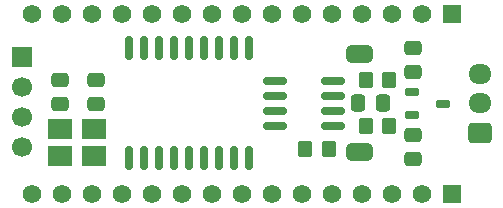
<source format=gbr>
%TF.GenerationSoftware,KiCad,Pcbnew,9.0.1*%
%TF.CreationDate,2025-04-21T23:50:01-04:00*%
%TF.ProjectId,can-nano-shield,63616e2d-6e61-46e6-9f2d-736869656c64,rev?*%
%TF.SameCoordinates,Original*%
%TF.FileFunction,Soldermask,Bot*%
%TF.FilePolarity,Negative*%
%FSLAX46Y46*%
G04 Gerber Fmt 4.6, Leading zero omitted, Abs format (unit mm)*
G04 Created by KiCad (PCBNEW 9.0.1) date 2025-04-21 23:50:01*
%MOMM*%
%LPD*%
G01*
G04 APERTURE LIST*
G04 Aperture macros list*
%AMRoundRect*
0 Rectangle with rounded corners*
0 $1 Rounding radius*
0 $2 $3 $4 $5 $6 $7 $8 $9 X,Y pos of 4 corners*
0 Add a 4 corners polygon primitive as box body*
4,1,4,$2,$3,$4,$5,$6,$7,$8,$9,$2,$3,0*
0 Add four circle primitives for the rounded corners*
1,1,$1+$1,$2,$3*
1,1,$1+$1,$4,$5*
1,1,$1+$1,$6,$7*
1,1,$1+$1,$8,$9*
0 Add four rect primitives between the rounded corners*
20,1,$1+$1,$2,$3,$4,$5,0*
20,1,$1+$1,$4,$5,$6,$7,0*
20,1,$1+$1,$6,$7,$8,$9,0*
20,1,$1+$1,$8,$9,$2,$3,0*%
%AMFreePoly0*
4,1,23,0.500000,-0.750000,0.000000,-0.750000,0.000000,-0.745722,-0.065263,-0.745722,-0.191342,-0.711940,-0.304381,-0.646677,-0.396677,-0.554381,-0.461940,-0.441342,-0.495722,-0.315263,-0.495722,-0.250000,-0.500000,-0.250000,-0.500000,0.250000,-0.495722,0.250000,-0.495722,0.315263,-0.461940,0.441342,-0.396677,0.554381,-0.304381,0.646677,-0.191342,0.711940,-0.065263,0.745722,0.000000,0.745722,
0.000000,0.750000,0.500000,0.750000,0.500000,-0.750000,0.500000,-0.750000,$1*%
%AMFreePoly1*
4,1,23,0.000000,0.745722,0.065263,0.745722,0.191342,0.711940,0.304381,0.646677,0.396677,0.554381,0.461940,0.441342,0.495722,0.315263,0.495722,0.250000,0.500000,0.250000,0.500000,-0.250000,0.495722,-0.250000,0.495722,-0.315263,0.461940,-0.441342,0.396677,-0.554381,0.304381,-0.646677,0.191342,-0.711940,0.065263,-0.745722,0.000000,-0.745722,0.000000,-0.750000,-0.500000,-0.750000,
-0.500000,0.750000,0.000000,0.750000,0.000000,0.745722,0.000000,0.745722,$1*%
G04 Aperture macros list end*
%ADD10RoundRect,0.102000X0.685000X0.685000X-0.685000X0.685000X-0.685000X-0.685000X0.685000X-0.685000X0*%
%ADD11C,1.574000*%
%ADD12RoundRect,0.250000X0.725000X-0.600000X0.725000X0.600000X-0.725000X0.600000X-0.725000X-0.600000X0*%
%ADD13O,1.950000X1.700000*%
%ADD14R,2.100000X1.800000*%
%ADD15FreePoly0,0.000000*%
%ADD16FreePoly1,0.000000*%
%ADD17RoundRect,0.250000X0.475000X-0.337500X0.475000X0.337500X-0.475000X0.337500X-0.475000X-0.337500X0*%
%ADD18RoundRect,0.250000X-0.350000X-0.450000X0.350000X-0.450000X0.350000X0.450000X-0.350000X0.450000X0*%
%ADD19RoundRect,0.162500X-0.447500X-0.162500X0.447500X-0.162500X0.447500X0.162500X-0.447500X0.162500X0*%
%ADD20RoundRect,0.150000X-0.825000X-0.150000X0.825000X-0.150000X0.825000X0.150000X-0.825000X0.150000X0*%
%ADD21RoundRect,0.250000X0.350000X0.450000X-0.350000X0.450000X-0.350000X-0.450000X0.350000X-0.450000X0*%
%ADD22R,1.700000X1.700000*%
%ADD23C,1.700000*%
%ADD24RoundRect,0.250000X-0.337500X-0.475000X0.337500X-0.475000X0.337500X0.475000X-0.337500X0.475000X0*%
%ADD25RoundRect,0.150000X0.150000X-0.875000X0.150000X0.875000X-0.150000X0.875000X-0.150000X-0.875000X0*%
G04 APERTURE END LIST*
%TO.C,JP2*%
G36*
X143425000Y-88875000D02*
G01*
X143725000Y-88875000D01*
X143725000Y-87375000D01*
X143425000Y-87375000D01*
X143425000Y-88875000D01*
G37*
%TO.C,JP1*%
G36*
X143450000Y-97175000D02*
G01*
X143750000Y-97175000D01*
X143750000Y-95675000D01*
X143450000Y-95675000D01*
X143450000Y-97175000D01*
G37*
%TD*%
D10*
%TO.C,J2*%
X151400000Y-99930000D03*
D11*
X148860000Y-99930000D03*
X146320000Y-99930000D03*
X143780000Y-99930000D03*
X141240000Y-99930000D03*
X138700000Y-99930000D03*
X136160000Y-99930000D03*
X133620000Y-99930000D03*
X131080000Y-99930000D03*
X128540000Y-99930000D03*
X126000000Y-99930000D03*
X123460000Y-99930000D03*
X120920000Y-99930000D03*
X118380000Y-99930000D03*
X115840000Y-99930000D03*
%TD*%
D12*
%TO.C,J4*%
X153790000Y-94780000D03*
D13*
X153790000Y-92280000D03*
X153790000Y-89780000D03*
%TD*%
D10*
%TO.C,J1*%
X151405000Y-84700000D03*
D11*
X148865000Y-84700000D03*
X146325000Y-84700000D03*
X143785000Y-84700000D03*
X141245000Y-84700000D03*
X138705000Y-84700000D03*
X136165000Y-84700000D03*
X133625000Y-84700000D03*
X131085000Y-84700000D03*
X128545000Y-84700000D03*
X126005000Y-84700000D03*
X123465000Y-84700000D03*
X120925000Y-84700000D03*
X118385000Y-84700000D03*
X115845000Y-84700000D03*
%TD*%
D14*
%TO.C,Y1*%
X118225000Y-94425000D03*
X121125000Y-94425000D03*
X121125000Y-96725000D03*
X118225000Y-96725000D03*
%TD*%
D15*
%TO.C,JP2*%
X142925000Y-88125000D03*
D16*
X144225000Y-88125000D03*
%TD*%
D17*
%TO.C,C4*%
X148150000Y-97000000D03*
X148150000Y-94925000D03*
%TD*%
%TO.C,C2*%
X121325000Y-92337500D03*
X121325000Y-90262500D03*
%TD*%
D18*
%TO.C,Rt2*%
X144125000Y-90325000D03*
X146125000Y-90325000D03*
%TD*%
D15*
%TO.C,JP1*%
X142950000Y-96425000D03*
D16*
X144250000Y-96425000D03*
%TD*%
D19*
%TO.C,D1*%
X148015000Y-93242500D03*
X148015000Y-91342500D03*
X150635000Y-92292500D03*
%TD*%
D17*
%TO.C,C1*%
X118200000Y-92362500D03*
X118200000Y-90287500D03*
%TD*%
D20*
%TO.C,U2*%
X136425000Y-94215000D03*
X136425000Y-92945000D03*
X136425000Y-91675000D03*
X136425000Y-90405000D03*
X141375000Y-90405000D03*
X141375000Y-91675000D03*
X141375000Y-92945000D03*
X141375000Y-94215000D03*
%TD*%
D21*
%TO.C,R2*%
X141000000Y-96150000D03*
X139000000Y-96150000D03*
%TD*%
D22*
%TO.C,J3*%
X115025000Y-88375000D03*
D23*
X115025000Y-90915000D03*
X115025000Y-93455000D03*
X115025000Y-95995000D03*
%TD*%
D24*
%TO.C,C3*%
X143500000Y-92275000D03*
X145575000Y-92275000D03*
%TD*%
D21*
%TO.C,Rt1*%
X146125000Y-94225000D03*
X144125000Y-94225000D03*
%TD*%
D25*
%TO.C,U1*%
X134250000Y-96925000D03*
X132980000Y-96925000D03*
X131710000Y-96925000D03*
X130440000Y-96925000D03*
X129170000Y-96925000D03*
X127900000Y-96925000D03*
X126630000Y-96925000D03*
X125360000Y-96925000D03*
X124090000Y-96925000D03*
X124090000Y-87625000D03*
X125360000Y-87625000D03*
X126630000Y-87625000D03*
X127900000Y-87625000D03*
X129170000Y-87625000D03*
X130440000Y-87625000D03*
X131710000Y-87625000D03*
X132980000Y-87625000D03*
X134250000Y-87625000D03*
%TD*%
D17*
%TO.C,C5*%
X148125000Y-89650000D03*
X148125000Y-87575000D03*
%TD*%
M02*

</source>
